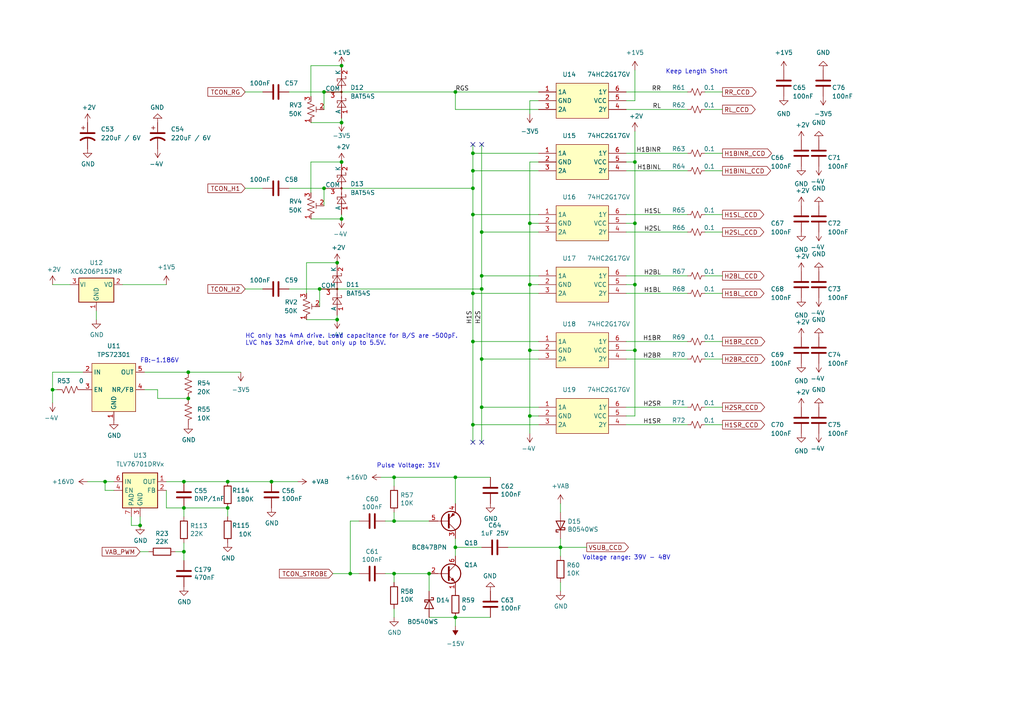
<source format=kicad_sch>
(kicad_sch (version 20231120) (generator "eeschema") (generator_version "8.0")
  (paper "A4")
  (title_block (title "CDD H Drivers") (date "2024-06-09") (rev "R0.10") (company "Copyright 2024 Anhang Li, Wenting Zhang") (comment 2 "MERCHANTABILITY, SATISFACTORY QUALITY AND FITNESS FOR A PARTICULAR PURPOSE.") (comment 3 "This source is distributed WITHOUT ANY EXPRESS OR IMPLIED WARRANTY, INCLUDING OF") (comment 4 "This source describes Open Hardware and is licensed under the CERN-OHL-P v2."))
  (lib_symbols
    (symbol "Device:C" (pin_numbers hide) (pin_names (offset 0.254))
      (property "Reference" "C" (at 0.635 2.54 0))
      (property "Value" "C" (at 0.635 -2.54 0))
      (symbol "C_1_1"
        (pin passive line (at 0 3.81 270) (length 2.794) (name "~") (number "1"))
        (pin passive line (at 0 -3.81 90) (length 2.794) (name "~") (number "2"))
      )
    )
    (symbol "Device:C_Polarized_US" (pin_numbers hide) (pin_names (offset 0.254) hide)
      (property "Reference" "C" (at 0.635 2.54 0))
      (property "Value" "C_Polarized_US" (at 0.635 -2.54 0))
      (symbol "C_Polarized_US_1_1"
        (pin passive line (at 0 3.81 270) (length 2.794) (name "~") (number "1"))
        (pin passive line (at 0 -3.81 90) (length 3.302) (name "~") (number "2"))
      )
    )
    (symbol "Device:D_Schottky" (pin_numbers hide) (pin_names (offset 1.016) hide)
      (property "Reference" "D" (at 0 2.54 0))
      (property "Value" "D_Schottky" (at 0 -2.54 0))
      (symbol "D_Schottky_1_1"
        (pin passive line (at -3.81 0 0) (length 2.54) (name "K") (number "1"))
        (pin passive line (at 3.81 0 180) (length 2.54) (name "A") (number "2"))
      )
    )
    (symbol "Device:R" (pin_numbers hide) (pin_names (offset 0))
      (property "Reference" "R" (at 2.032 0 90))
      (property "Value" "R" (at 0 0 90))
      (symbol "R_1_1"
        (pin passive line (at 0 3.81 270) (length 1.27) (name "~") (number "1"))
        (pin passive line (at 0 -3.81 90) (length 1.27) (name "~") (number "2"))
      )
    )
    (symbol "Device:R_Potentiometer_Trim_US" (pin_names (offset 1.016) hide)
      (property "Reference" "RV" (at -4.445 0 90))
      (property "Value" "R_Potentiometer_Trim_US" (at -2.54 0 90))
      (symbol "R_Potentiometer_Trim_US_1_1"
        (pin passive line (at 0 3.81 270) (length 1.27) (name "1") (number "1"))
        (pin passive line (at 3.81 0 180) (length 1.27) (name "2") (number "2"))
        (pin passive line (at 0 -3.81 90) (length 1.27) (name "3") (number "3"))
      )
    )
    (symbol "Device:R_Small_US" (pin_numbers hide) (pin_names (offset 0.254) hide)
      (property "Reference" "R" (at 0.762 0.508 0))
      (property "Value" "R_Small_US" (at 0.762 -1.016 0))
      (symbol "R_Small_US_1_1"
        (pin passive line (at 0 2.54 270) (length 1.016) (name "~") (number "1"))
        (pin passive line (at 0 -2.54 90) (length 1.016) (name "~") (number "2"))
      )
    )
    (symbol "Device:R_US" (pin_numbers hide) (pin_names (offset 0))
      (property "Reference" "R" (at 2.54 0 90))
      (property "Value" "R_US" (at -2.54 0 90))
      (symbol "R_US_1_1"
        (pin passive line (at 0 3.81 270) (length 1.27) (name "~") (number "1"))
        (pin passive line (at 0 -3.81 90) (length 1.27) (name "~") (number "2"))
      )
    )
    (symbol "Diode:BAT54S" (pin_names (offset 0))
      (property "Reference" "D" (at 2.54 -5.08 0))
      (property "Value" "BAT54S" (at -6.35 3.175 0))
      (symbol "BAT54S_1_1"
        (pin passive line (at -7.62 0 0) (length 3.81) (name "A") (number "1"))
        (pin passive line (at 7.62 0 180) (length 3.81) (name "K") (number "2"))
        (pin passive line (at 0 -5.08 90) (length 5.08) (name "COM") (number "3"))
      )
    )
    (symbol "Regulator_Linear:TLV76701DRVx"
      (property "Reference" "U" (at 0 8.89 0))
      (property "Value" "TLV76701DRVx" (at 0 6.35 0))
      (symbol "TLV76701DRVx_1_1"
        (pin power_out line (at 7.62 2.54 180) (length 2.54) (name "OUT") (number "1"))
        (pin input line (at 7.62 0 180) (length 2.54) (name "FB") (number "2"))
        (pin power_in line (at 0 -7.62 90) (length 2.54) (name "GND") (number "3"))
        (pin input line (at -7.62 0 0) (length 2.54) (name "EN") (number "4"))
        (pin passive line (at 0 -7.62 90) (length 2.54) hide (name "GND") (number "5"))
        (pin power_in line (at -7.62 2.54 0) (length 2.54) (name "IN") (number "6"))
        (pin passive line (at -2.54 -7.62 90) (length 2.54) (name "PAD") (number "7"))
      )
    )
    (symbol "Regulator_Linear:XC6206PxxxMR" (pin_names (offset 0.254))
      (property "Reference" "U" (at -3.81 3.175 0))
      (property "Value" "XC6206PxxxMR" (at 0 3.175 0))
      (symbol "XC6206PxxxMR_1_1"
        (pin power_in line (at 0 -7.62 90) (length 2.54) (name "GND") (number "1"))
        (pin power_out line (at 7.62 0 180) (length 2.54) (name "VO") (number "2"))
        (pin power_in line (at -7.62 0 0) (length 2.54) (name "VI") (number "3"))
      )
    )
    (symbol "Sitina:+2V" (power) (pin_names (offset 0))
      (property "Value" "+2V" (at 0 3.556 0))
      (symbol "+2V_1_1"
        (pin power_in line (at 0 0 90) (length 0) hide (name "+2V") (number "1"))
      )
    )
    (symbol "Sitina:-3V5" (power) (pin_names (offset 0))
      (property "Value" "-3V5" (at 0 3.556 0))
      (symbol "-3V5_1_1"
        (pin power_in line (at 0 0 90) (length 0) hide (name "-3V5") (number "1"))
      )
    )
    (symbol "Sitina:-4V" (power) (pin_names (offset 0))
      (property "Value" "-4V" (at 0 3.556 0))
      (symbol "-4V_1_1"
        (pin power_in line (at 0 0 90) (length 0) hide (name "-4V") (number "1"))
      )
    )
    (symbol "Sitina:74HC2G17"
      (property "Reference" "U" (at 0 0 0))
      (property "Value" "74HC2G17" (at 0 -2.54 0))
      (symbol "74HC2G17_1_1"
        (pin input line (at -12.7 -12.7 0) (length 5.08) (name "1A") (number "1"))
        (pin power_in line (at -12.7 -15.24 0) (length 5.08) (name "GND") (number "2"))
        (pin input line (at -12.7 -17.78 0) (length 5.08) (name "2A") (number "3"))
        (pin output line (at 12.7 -17.78 180) (length 5.08) (name "2Y") (number "4"))
        (pin power_in line (at 12.7 -15.24 180) (length 5.08) (name "VCC") (number "5"))
        (pin output line (at 12.7 -12.7 180) (length 5.08) (name "1Y") (number "6"))
      )
    )
    (symbol "Transistor_BJT:BC847BPN" (pin_names (offset 0) hide)
      (property "Reference" "Q" (at 5.08 1.27 0))
      (property "Value" "BC847BPN" (at 5.08 -1.27 0))
      (symbol "BC847BPN_1_1"
        (pin passive line (at 2.54 -5.08 90) (length 2.54) (name "E1") (number "1"))
        (pin input line (at -5.08 0 0) (length 2.54) (name "B1") (number "2"))
        (pin passive line (at 2.54 5.08 270) (length 2.54) (name "C1") (number "6"))
      )
      (symbol "BC847BPN_2_1"
        (pin passive line (at 2.54 5.08 270) (length 2.54) (name "C2") (number "3"))
        (pin passive line (at 2.54 -5.08 90) (length 2.54) (name "E2") (number "4"))
        (pin input line (at -5.08 0 0) (length 2.54) (name "B2") (number "5"))
      )
    )
    (symbol "power:+1V5" (power) (pin_names (offset 0))
      (property "Value" "+1V5" (at 0 3.556 0))
      (symbol "+1V5_1_1"
        (pin power_in line (at 0 0 90) (length 0) hide (name "+1V5") (number "1"))
      )
    )
    (symbol "power:-15V" (power) (pin_names (offset 0))
      (property "Value" "-15V" (at 0 3.81 0))
      (symbol "-15V_0_0"
        (pin power_in line (at 0 0 90) (length 0) hide (name "-15V") (number "1"))
      )
    )
    (symbol "power:GND" (power) (pin_names (offset 0))
      (property "Value" "GND" (at 0 -3.81 0))
      (symbol "GND_1_1"
        (pin power_in line (at 0 0 270) (length 0) hide (name "GND") (number "1"))
      )
    )
    (symbol "symbols:+16V" (power) (pin_names (offset 0))
      (property "Value" "+16V" (at 0 3.556 0))
      (symbol "+16V_1_1"
        (pin power_in line (at 0 0 90) (length 0) hide (name "+16V") (number "1"))
      )
    )
    (symbol "symbols:TPS723xx"
      (property "Reference" "U" (at 0 1.27 0))
      (property "Value" "TPS723xx" (at 7.62 1.27 0))
      (symbol "TPS723xx_1_1"
        (pin passive line (at 6.35 -16.51 90) (length 2.54) (name "GND") (number "1"))
        (pin power_in line (at -2.54 -2.54 0) (length 2.54) (name "IN") (number "2"))
        (pin input line (at -2.54 -7.62 0) (length 2.54) (name "EN") (number "3"))
        (pin input line (at 15.24 -7.62 180) (length 2.54) (name "NR/FB") (number "4"))
        (pin power_out line (at 15.24 -2.54 180) (length 2.54) (name "OUT") (number "5"))
      )
    )
  )
  (junction (at 162.56 158.75) (diameter 0.9144))
  (junction (at 184.15 82.55))
  (junction (at 66.04 139.7))
  (junction (at 93.98 54.61))
  (junction (at 184.15 101.6))
  (junction (at 132.08 158.75) (diameter 0.9144))
  (junction (at 53.34 160.02) (diameter 0.9144))
  (junction (at 54.61 115.57))
  (junction (at 139.7 104.14))
  (junction (at 78.74 139.7))
  (junction (at 137.16 123.19))
  (junction (at 99.06 35.56))
  (junction (at 137.16 44.45))
  (junction (at 184.15 46.99))
  (junction (at 40.64 152.4))
  (junction (at 139.7 67.31))
  (junction (at 15.24 113.03))
  (junction (at 114.3 138.43))
  (junction (at 99.06 63.5))
  (junction (at 97.79 92.71))
  (junction (at 97.79 76.2))
  (junction (at 66.04 147.32))
  (junction (at 53.34 147.32))
  (junction (at 132.08 26.67))
  (junction (at 137.16 62.23))
  (junction (at 99.06 46.99))
  (junction (at 184.15 64.77))
  (junction (at 114.3 151.13) (diameter 0.9144))
  (junction (at 132.08 138.43) (diameter 0.9144))
  (junction (at 54.61 107.95))
  (junction (at 30.48 139.7))
  (junction (at 153.67 120.65))
  (junction (at 153.67 82.55))
  (junction (at 137.16 85.09))
  (junction (at 124.46 166.37) (diameter 0.9144))
  (junction (at 99.06 19.05))
  (junction (at 139.7 118.11))
  (junction (at 114.3 166.37) (diameter 0.9144))
  (junction (at 137.16 99.06))
  (junction (at 92.71 83.82))
  (junction (at 132.08 179.07) (diameter 0.9144))
  (junction (at 137.16 49.53))
  (junction (at 101.6 166.37))
  (junction (at 53.34 139.7))
  (junction (at 139.7 80.01))
  (junction (at 153.67 101.6))
  (junction (at 137.16 54.61))
  (junction (at 93.98 26.67))
  (junction (at 139.7 83.82))
  (junction (at 153.67 64.77))
  (no_connect (at 137.16 41.91))
  (no_connect (at 137.16 128.27))
  (no_connect (at 139.7 41.91))
  (no_connect (at 139.7 128.27))
  (wire (pts (xy 153.67 120.65) (xy 156.21 120.65)))
  (wire (pts (xy 204.47 118.11) (xy 209.55 118.11)))
  (wire (pts (xy 181.61 26.67) (xy 199.39 26.67)))
  (wire (pts (xy 88.9 92.71) (xy 97.79 92.71)))
  (wire (pts (xy 181.61 99.06) (xy 199.39 99.06)))
  (wire (pts (xy 53.34 139.7) (xy 66.04 139.7)))
  (wire (pts (xy 71.12 83.82) (xy 76.2 83.82)))
  (wire (pts (xy 93.98 31.75) (xy 93.98 26.67)))
  (wire (pts (xy 48.26 142.24) (xy 48.26 147.32)))
  (wire (pts (xy 15.24 107.95) (xy 15.24 113.03)))
  (wire (pts (xy 139.7 67.31) (xy 156.21 67.31)))
  (wire (pts (xy 53.34 147.32) (xy 66.04 147.32)))
  (wire (pts (xy 181.61 85.09) (xy 199.39 85.09)))
  (wire (pts (xy 93.98 59.69) (xy 93.98 54.61)))
  (wire (pts (xy 137.16 85.09) (xy 137.16 99.06)))
  (wire (pts (xy 132.08 31.75) (xy 156.21 31.75)))
  (wire (pts (xy 88.9 76.2) (xy 88.9 85.09)))
  (wire (pts (xy 53.34 160.02) (xy 53.34 157.48)))
  (wire (pts (xy 33.02 142.24) (xy 30.48 142.24)))
  (wire (pts (xy 54.61 107.95) (xy 69.85 107.95)))
  (wire (pts (xy 137.16 54.61) (xy 137.16 62.23)))
  (wire (pts (xy 99.06 34.29) (xy 99.06 35.56)))
  (wire (pts (xy 132.08 26.67) (xy 132.08 31.75)))
  (wire (pts (xy 170.18 158.75) (xy 162.56 158.75)))
  (wire (pts (xy 147.32 158.75) (xy 162.56 158.75)))
  (wire (pts (xy 137.16 99.06) (xy 137.16 123.19)))
  (wire (pts (xy 41.91 113.03) (xy 45.72 113.03)))
  (wire (pts (xy 137.16 44.45) (xy 137.16 49.53)))
  (wire (pts (xy 101.6 151.13) (xy 101.6 166.37)))
  (wire (pts (xy 25.4 139.7) (xy 30.48 139.7)))
  (wire (pts (xy 99.06 62.23) (xy 99.06 63.5)))
  (wire (pts (xy 181.61 123.19) (xy 199.39 123.19)))
  (wire (pts (xy 137.16 99.06) (xy 156.21 99.06)))
  (wire (pts (xy 132.08 158.75) (xy 132.08 161.29)))
  (wire (pts (xy 181.61 64.77) (xy 184.15 64.77)))
  (wire (pts (xy 139.7 118.11) (xy 156.21 118.11)))
  (wire (pts (xy 124.46 171.45) (xy 124.46 166.37)))
  (wire (pts (xy 204.47 26.67) (xy 209.55 26.67)))
  (wire (pts (xy 41.91 107.95) (xy 54.61 107.95)))
  (wire (pts (xy 184.15 101.6) (xy 184.15 120.65)))
  (wire (pts (xy 71.12 26.67) (xy 76.2 26.67)))
  (wire (pts (xy 181.61 46.99) (xy 184.15 46.99)))
  (wire (pts (xy 153.67 101.6) (xy 153.67 120.65)))
  (wire (pts (xy 93.98 54.61) (xy 137.16 54.61)))
  (wire (pts (xy 162.56 168.91) (xy 162.56 171.45)))
  (wire (pts (xy 153.67 29.21) (xy 153.67 33.02)))
  (wire (pts (xy 83.82 83.82) (xy 92.71 83.82)))
  (wire (pts (xy 15.24 82.55) (xy 20.32 82.55)))
  (wire (pts (xy 101.6 166.37) (xy 104.14 166.37)))
  (wire (pts (xy 78.74 139.7) (xy 86.36 139.7)))
  (wire (pts (xy 204.47 99.06) (xy 209.55 99.06)))
  (wire (pts (xy 93.98 26.67) (xy 132.08 26.67)))
  (wire (pts (xy 142.24 179.07) (xy 132.08 179.07)))
  (wire (pts (xy 153.67 46.99) (xy 153.67 64.77)))
  (wire (pts (xy 92.71 88.9) (xy 92.71 83.82)))
  (wire (pts (xy 114.3 151.13) (xy 124.46 151.13)))
  (wire (pts (xy 15.24 113.03) (xy 15.24 116.84)))
  (wire (pts (xy 153.67 64.77) (xy 156.21 64.77)))
  (wire (pts (xy 184.15 20.32) (xy 184.15 29.21)))
  (wire (pts (xy 88.9 76.2) (xy 97.79 76.2)))
  (wire (pts (xy 139.7 104.14) (xy 139.7 118.11)))
  (wire (pts (xy 156.21 46.99) (xy 153.67 46.99)))
  (wire (pts (xy 97.79 91.44) (xy 97.79 92.71)))
  (wire (pts (xy 137.16 41.91) (xy 137.16 44.45)))
  (wire (pts (xy 66.04 139.7) (xy 78.74 139.7)))
  (wire (pts (xy 114.3 168.91) (xy 114.3 166.37)))
  (wire (pts (xy 204.47 62.23) (xy 209.55 62.23)))
  (wire (pts (xy 27.94 90.17) (xy 27.94 92.71)))
  (wire (pts (xy 111.76 166.37) (xy 114.3 166.37)))
  (wire (pts (xy 30.48 139.7) (xy 33.02 139.7)))
  (wire (pts (xy 15.24 113.03) (xy 16.51 113.03)))
  (wire (pts (xy 139.7 118.11) (xy 139.7 128.27)))
  (wire (pts (xy 153.67 82.55) (xy 153.67 101.6)))
  (wire (pts (xy 181.61 67.31) (xy 199.39 67.31)))
  (wire (pts (xy 96.52 166.37) (xy 101.6 166.37)))
  (wire (pts (xy 45.72 115.57) (xy 54.61 115.57)))
  (wire (pts (xy 111.76 151.13) (xy 114.3 151.13)))
  (wire (pts (xy 110.49 138.43) (xy 114.3 138.43)))
  (wire (pts (xy 204.47 44.45) (xy 209.55 44.45)))
  (wire (pts (xy 204.47 67.31) (xy 209.55 67.31)))
  (wire (pts (xy 40.64 149.86) (xy 40.64 152.4)))
  (wire (pts (xy 162.56 158.75) (xy 162.56 161.29)))
  (wire (pts (xy 114.3 176.53) (xy 114.3 179.07)))
  (wire (pts (xy 204.47 80.01) (xy 209.55 80.01)))
  (wire (pts (xy 83.82 26.67) (xy 93.98 26.67)))
  (wire (pts (xy 35.56 82.55) (xy 48.26 82.55)))
  (wire (pts (xy 153.67 101.6) (xy 156.21 101.6)))
  (wire (pts (xy 66.04 147.32) (xy 66.04 149.86)))
  (wire (pts (xy 139.7 83.82) (xy 139.7 104.14)))
  (wire (pts (xy 204.47 49.53) (xy 209.55 49.53)))
  (wire (pts (xy 90.17 46.99) (xy 99.06 46.99)))
  (wire (pts (xy 139.7 41.91) (xy 139.7 67.31)))
  (wire (pts (xy 137.16 62.23) (xy 156.21 62.23)))
  (wire (pts (xy 181.61 101.6) (xy 184.15 101.6)))
  (wire (pts (xy 30.48 142.24) (xy 30.48 139.7)))
  (wire (pts (xy 132.08 179.07) (xy 132.08 181.61)))
  (wire (pts (xy 124.46 179.07) (xy 132.08 179.07)))
  (wire (pts (xy 156.21 29.21) (xy 153.67 29.21)))
  (wire (pts (xy 162.56 146.05) (xy 162.56 148.59)))
  (wire (pts (xy 137.16 123.19) (xy 156.21 123.19)))
  (wire (pts (xy 40.64 160.02) (xy 43.18 160.02)))
  (wire (pts (xy 181.61 62.23) (xy 199.39 62.23)))
  (wire (pts (xy 90.17 63.5) (xy 99.06 63.5)))
  (wire (pts (xy 132.08 138.43) (xy 142.24 138.43)))
  (wire (pts (xy 181.61 31.75) (xy 199.39 31.75)))
  (wire (pts (xy 184.15 120.65) (xy 181.61 120.65)))
  (wire (pts (xy 139.7 80.01) (xy 139.7 83.82)))
  (wire (pts (xy 204.47 123.19) (xy 209.55 123.19)))
  (wire (pts (xy 137.16 85.09) (xy 156.21 85.09)))
  (wire (pts (xy 139.7 104.14) (xy 156.21 104.14)))
  (wire (pts (xy 38.1 152.4) (xy 40.64 152.4)))
  (wire (pts (xy 38.1 149.86) (xy 38.1 152.4)))
  (wire (pts (xy 53.34 162.56) (xy 53.34 160.02)))
  (wire (pts (xy 181.61 118.11) (xy 199.39 118.11)))
  (wire (pts (xy 71.12 54.61) (xy 76.2 54.61)))
  (wire (pts (xy 153.67 82.55) (xy 156.21 82.55)))
  (wire (pts (xy 132.08 156.21) (xy 132.08 158.75)))
  (wire (pts (xy 137.16 123.19) (xy 137.16 128.27)))
  (wire (pts (xy 53.34 149.86) (xy 53.34 147.32)))
  (wire (pts (xy 90.17 19.05) (xy 99.06 19.05)))
  (wire (pts (xy 153.67 120.65) (xy 153.67 125.73)))
  (wire (pts (xy 132.08 138.43) (xy 114.3 138.43)))
  (wire (pts (xy 184.15 64.77) (xy 184.15 82.55)))
  (wire (pts (xy 204.47 85.09) (xy 209.55 85.09)))
  (wire (pts (xy 181.61 44.45) (xy 199.39 44.45)))
  (wire (pts (xy 204.47 31.75) (xy 209.55 31.75)))
  (wire (pts (xy 137.16 62.23) (xy 137.16 85.09)))
  (wire (pts (xy 132.08 26.67) (xy 156.21 26.67)))
  (wire (pts (xy 184.15 38.1) (xy 184.15 46.99)))
  (wire (pts (xy 162.56 156.21) (xy 162.56 158.75)))
  (wire (pts (xy 137.16 49.53) (xy 156.21 49.53)))
  (wire (pts (xy 90.17 46.99) (xy 90.17 55.88)))
  (wire (pts (xy 184.15 82.55) (xy 184.15 101.6)))
  (wire (pts (xy 45.72 113.03) (xy 45.72 115.57)))
  (wire (pts (xy 184.15 46.99) (xy 184.15 64.77)))
  (wire (pts (xy 181.61 49.53) (xy 199.39 49.53)))
  (wire (pts (xy 156.21 44.45) (xy 137.16 44.45)))
  (wire (pts (xy 181.61 82.55) (xy 184.15 82.55)))
  (wire (pts (xy 139.7 67.31) (xy 139.7 80.01)))
  (wire (pts (xy 181.61 29.21) (xy 184.15 29.21)))
  (wire (pts (xy 181.61 80.01) (xy 199.39 80.01)))
  (wire (pts (xy 139.7 80.01) (xy 156.21 80.01)))
  (wire (pts (xy 132.08 158.75) (xy 139.7 158.75)))
  (wire (pts (xy 50.8 160.02) (xy 53.34 160.02)))
  (wire (pts (xy 48.26 139.7) (xy 53.34 139.7)))
  (wire (pts (xy 132.08 138.43) (xy 132.08 146.05)))
  (wire (pts (xy 83.82 54.61) (xy 93.98 54.61)))
  (wire (pts (xy 104.14 151.13) (xy 101.6 151.13)))
  (wire (pts (xy 114.3 166.37) (xy 124.46 166.37)))
  (wire (pts (xy 181.61 104.14) (xy 199.39 104.14)))
  (wire (pts (xy 15.24 107.95) (xy 24.13 107.95)))
  (wire (pts (xy 114.3 148.59) (xy 114.3 151.13)))
  (wire (pts (xy 204.47 104.14) (xy 209.55 104.14)))
  (wire (pts (xy 153.67 64.77) (xy 153.67 82.55)))
  (wire (pts (xy 137.16 49.53) (xy 137.16 54.61)))
  (wire (pts (xy 92.71 83.82) (xy 139.7 83.82)))
  (wire (pts (xy 90.17 19.05) (xy 90.17 27.94)))
  (wire (pts (xy 114.3 140.97) (xy 114.3 138.43)))
  (wire (pts (xy 90.17 35.56) (xy 99.06 35.56)))
  (wire (pts (xy 48.26 147.32) (xy 53.34 147.32)))
  (text "Voltage range: 39V - 48V" (at 168.91 162.56 0) (effects (font (size 1.27 1.27)) (justify left bottom)))
  (text "Pulse Voltage: 31V" (at 109.22 135.89 0) (effects (font (size 1.27 1.27)) (justify left bottom)))
  (text "FB:-1.186V" (at 40.64 105.41 0) (effects (font (size 1.27 1.27)) (justify left bottom)))
  (text "HC only has 4mA drive. Load capacitance for B/S are ~500pF.\nLVC has 32mA drive, but only up to 5.5V." (at 71.12 100.33 0) (effects (font (size 1.27 1.27)) (justify left bottom)))
  (text "Keep Length Short" (at 193.04 21.59 0) (effects (font (size 1.27 1.27)) (justify left bottom)))
  (label "RL" (at 191.77 31.75 180))
  (label "RR" (at 191.77 26.67 180))
  (label "H1SL" (at 191.77 62.23 180))
  (label "H2SL" (at 191.77 67.31 180))
  (label "H1SR" (at 191.77 123.19 180))
  (label "H2BR" (at 191.77 104.14 180))
  (label "H1BL" (at 191.77 85.09 180))
  (label "H2BL" (at 191.77 80.01 180))
  (label "H1S" (at 137.16 93.98 90))
  (label "H2S" (at 139.7 93.98 90))
  (label "H2SR" (at 191.77 118.11 180))
  (label "H1BR" (at 191.77 99.06 180))
  (label "H1BINL" (at 191.77 49.53 180))
  (label "RGS" (at 132.08 26.67 0))
  (label "H1BINR" (at 191.77 44.45 180))
  (global_label "H2BL_CCD" (shape output) (at 209.55 80.01 0) (property "Intersheetrefs" "${INTERSHEET_REFS}" (effects (hide yes))))
  (global_label "H1BINL_CCD" (shape output) (at 209.55 49.53 0) (property "Intersheetrefs" "${INTERSHEET_REFS}" (effects (hide yes))))
  (global_label "H2SL_CCD" (shape output) (at 209.55 67.31 0) (property "Intersheetrefs" "${INTERSHEET_REFS}" (effects (hide yes))))
  (global_label "H1BR_CCD" (shape output) (at 209.55 99.06 0) (property "Intersheetrefs" "${INTERSHEET_REFS}" (effects (hide yes))))
  (global_label "H1BINR_CCD" (shape output) (at 209.55 44.45 0) (property "Intersheetrefs" "${INTERSHEET_REFS}" (effects (hide yes))))
  (global_label "TCON_H2" (shape input) (at 71.12 83.82 180) (property "Intersheetrefs" "${INTERSHEET_REFS}" (effects (hide yes))))
  (global_label "VSUB_CCD" (shape output) (at 170.18 158.75 0) (property "Intersheetrefs" "${INTERSHEET_REFS}" (effects (hide yes))))
  (global_label "VAB_PWM" (shape input) (at 40.64 160.02 180) (property "Intersheetrefs" "${INTERSHEET_REFS}" (effects (hide yes))))
  (global_label "TCON_H1" (shape input) (at 71.12 54.61 180) (property "Intersheetrefs" "${INTERSHEET_REFS}" (effects (hide yes))))
  (global_label "TCON_STROBE" (shape input) (at 96.52 166.37 180) (property "Intersheetrefs" "${INTERSHEET_REFS}" (effects (hide yes))))
  (global_label "TCON_RG" (shape input) (at 71.12 26.67 180) (property "Intersheetrefs" "${INTERSHEET_REFS}" (effects (hide yes))))
  (global_label "RR_CCD" (shape output) (at 209.55 26.67 0) (property "Intersheetrefs" "${INTERSHEET_REFS}" (effects (hide yes))))
  (global_label "RL_CCD" (shape output) (at 209.55 31.75 0) (property "Intersheetrefs" "${INTERSHEET_REFS}" (effects (hide yes))))
  (global_label "H1BL_CCD" (shape output) (at 209.55 85.09 0) (property "Intersheetrefs" "${INTERSHEET_REFS}" (effects (hide yes))))
  (global_label "H2BR_CCD" (shape output) (at 209.55 104.14 0) (property "Intersheetrefs" "${INTERSHEET_REFS}" (effects (hide yes))))
  (global_label "H2SR_CCD" (shape output) (at 209.55 118.11 0) (property "Intersheetrefs" "${INTERSHEET_REFS}" (effects (hide yes))))
  (global_label "H1SL_CCD" (shape output) (at 209.55 62.23 0) (property "Intersheetrefs" "${INTERSHEET_REFS}" (effects (hide yes))))
  (global_label "H1SR_CCD" (shape output) (at 209.55 123.19 0) (property "Intersheetrefs" "${INTERSHEET_REFS}" (effects (hide yes))))
  (symbol (lib_id "symbols:+16V") (at 110.49 138.43 90) (unit 1)
    (property "Reference" "#PWR0130" (effects (hide yes)))
    (property "Value" "+16VD" (at 106.68 138.4299 90) (effects (justify left)))
  )
  (symbol (lib_id "power:GND") (at 238.76 20.32 180) (unit 1)
    (property "Reference" "#PWR0163" (effects (hide yes)))
    (property "Value" "GND" (at 238.76 15.24 0))
  )
  (symbol (lib_id "Sitina:74HC2G17") (at 168.91 86.36 0) (unit 1)
    (property "Reference" "U18" (at 165.1 93.98 0))
    (property "Value" "74HC2G17GV" (at 176.53 93.98 0))
    (property "Footprint" "Package_SO:SC-74-6_1.5x2.9mm_P0.95mm" (effects (hide yes)))
  )
  (symbol (lib_id "Sitina:74HC2G17") (at 168.91 105.41 0) (unit 1)
    (property "Reference" "U19" (at 165.1 113.03 0))
    (property "Value" "74HC2G17GV" (at 176.53 113.03 0))
    (property "Footprint" "Package_SO:SC-74-6_1.5x2.9mm_P0.95mm" (effects (hide yes)))
  )
  (symbol (lib_id "Transistor_BJT:BC847BPN") (at 129.54 151.13 0) (mirror x) (unit 2)
    (property "Reference" "Q1" (at 134.62 157.48 0) (effects (justify left)))
    (property "Value" "BC847BPN" (effects (hide yes)))
    (property "Footprint" "Package_TO_SOT_SMD:SOT-363_SC-70-6" (effects (hide yes)))
    (property "Datasheet" "https://assets.nexperia.com/documents/data-sheet/BC847BPN.pdf" (effects (hide yes)))
  )
  (symbol (lib_id "Device:R_Small_US") (at 201.93 85.09 90) (unit 1)
    (property "Reference" "R68" (at 196.85 83.82 90))
    (property "Value" "0.1" (at 205.74 83.82 90))
    (property "Footprint" "Resistor_SMD:R_0603_1608Metric" (effects (hide yes)))
  )
  (symbol (lib_id "Device:C") (at 232.41 44.45 0) (mirror y) (unit 1)
    (property "Reference" "C66" (at 223.52 45.72 0) (effects (justify right)))
    (property "Value" "100nF" (at 223.52 48.26 0) (effects (justify right)))
    (property "Footprint" "Capacitor_SMD:C_0402_1005Metric" (effects (hide yes)))
  )
  (symbol (lib_id "power:GND") (at 232.41 86.36 0) (unit 1)
    (property "Reference" "#PWR0148" (effects (hide yes)))
    (property "Value" "GND" (at 232.41 91.44 0))
  )
  (symbol (lib_id "Device:R_US") (at 54.61 119.38 0) (mirror y) (unit 1)
    (property "Reference" "R55" (at 57.15 118.745 0) (effects (justify right)))
    (property "Value" "10K" (at 57.15 121.285 0) (effects (justify right)))
    (property "Footprint" "Resistor_SMD:R_0402_1005Metric" (effects (hide yes)))
  )
  (symbol (lib_id "Device:R_Small_US") (at 201.93 80.01 90) (unit 1)
    (property "Reference" "R67" (at 196.85 78.74 90))
    (property "Value" "0.1" (at 205.74 78.74 90))
    (property "Footprint" "Resistor_SMD:R_0603_1608Metric" (effects (hide yes)))
  )
  (symbol (lib_id "Sitina:-3V5") (at 99.06 35.56 180) (unit 1)
    (property "Reference" "#PWR0127" (effects (hide yes)))
    (property "Value" "-3V5" (at 99.06 39.37 0))
  )
  (symbol (lib_id "Sitina:+2V") (at 99.06 46.99 0) (unit 1)
    (property "Reference" "#PWR0128" (effects (hide yes)))
    (property "Value" "+2V" (at 99.441 42.5958 0))
  )
  (symbol (lib_id "Device:R_Small_US") (at 201.93 26.67 90) (unit 1)
    (property "Reference" "R61" (at 196.85 25.4 90))
    (property "Value" "0.1" (at 205.74 25.4 90))
    (property "Footprint" "Resistor_SMD:R_0603_1608Metric" (effects (hide yes)))
  )
  (symbol (lib_id "Device:R_Small_US") (at 201.93 118.11 90) (unit 1)
    (property "Reference" "R71" (at 196.85 116.84 90))
    (property "Value" "0.1" (at 205.74 116.84 90))
    (property "Footprint" "Resistor_SMD:R_0603_1608Metric" (effects (hide yes)))
  )
  (symbol (lib_id "Sitina:-4V") (at 237.49 48.26 180) (unit 1)
    (property "Reference" "#PWR0154" (effects (hide yes)))
    (property "Value" "-4V" (at 237.109 52.6542 0))
  )
  (symbol (lib_id "power:GND") (at 237.49 118.11 180) (unit 1)
    (property "Reference" "#PWR0161" (effects (hide yes)))
    (property "Value" "GND" (at 237.49 113.03 0))
  )
  (symbol (lib_id "Device:R_Small_US") (at 201.93 31.75 90) (unit 1)
    (property "Reference" "R62" (at 196.85 30.48 90))
    (property "Value" "0.1" (at 205.74 30.48 90))
    (property "Footprint" "Resistor_SMD:R_0603_1608Metric" (effects (hide yes)))
  )
  (symbol (lib_id "Diode:BAT54S") (at 99.06 26.67 270) (mirror x) (unit 1)
    (property "Reference" "D12" (at 101.6 25.4 90) (effects (justify left)))
    (property "Value" "BAT54S" (at 101.6 27.94 90) (effects (justify left)))
    (property "Footprint" "Package_TO_SOT_SMD:SOT-23" (effects (hide yes)))
    (property "Datasheet" "https://www.diodes.com/assets/Datasheets/ds11005.pdf" (effects (hide yes)))
  )
  (symbol (lib_id "power:GND") (at 232.41 67.31 0) (unit 1)
    (property "Reference" "#PWR0146" (effects (hide yes)))
    (property "Value" "GND" (at 232.41 72.39 0))
  )
  (symbol (lib_id "Device:R_Small_US") (at 201.93 49.53 90) (unit 1)
    (property "Reference" "R64" (at 196.85 48.26 90))
    (property "Value" "0.1" (at 205.74 48.26 90))
    (property "Footprint" "Resistor_SMD:R_0603_1608Metric" (effects (hide yes)))
  )
  (symbol (lib_id "Device:R") (at 46.99 160.02 270) (unit 1)
    (property "Reference" "R23" (at 46.99 154.7622 90))
    (property "Value" "22K" (at 46.99 157.0736 90))
    (property "Footprint" "Resistor_SMD:R_0402_1005Metric" (effects (hide yes)))
  )
  (symbol (lib_id "Sitina:+2V") (at 232.41 97.79 0) (unit 1)
    (property "Reference" "#PWR0149" (effects (hide yes)))
    (property "Value" "+2V" (at 232.791 93.3958 0))
  )
  (symbol (lib_id "Sitina:+2V") (at 15.24 82.55 0) (unit 1)
    (property "Reference" "#PWR0108" (effects (hide yes)))
    (property "Value" "+2V" (at 15.621 78.1558 0))
  )
  (symbol (lib_id "Device:D_Schottky") (at 124.46 175.26 270) (unit 1)
    (property "Reference" "D14" (at 126.492 174.0916 90) (effects (justify left)))
    (property "Value" "B0540WS" (at 118.11 180.34 90) (effects (justify left)))
    (property "Footprint" "Diode_SMD:D_SOD-323" (effects (hide yes)))
  )
  (symbol (lib_id "symbols:+16V") (at 162.56 146.05 0) (unit 1)
    (property "Reference" "#PWR0137" (effects (hide yes)))
    (property "Value" "+VAB" (at 162.56 140.97 0))
  )
  (symbol (lib_id "Device:C") (at 142.24 175.26 180) (unit 1)
    (property "Reference" "C63" (at 145.161 174.0916 0) (effects (justify right)))
    (property "Value" "100nF" (at 145.161 176.403 0) (effects (justify right)))
    (property "Footprint" "Capacitor_SMD:C_0402_1005Metric" (effects (hide yes)))
  )
  (symbol (lib_id "Device:R_Potentiometer_Trim_US") (at 90.17 31.75 0) (mirror x) (unit 1)
    (property "Reference" "RV3" (at 87.63 30.48 0) (effects (justify right)))
    (property "Value" "50K" (at 87.63 33.02 0) (effects (justify right)))
    (property "Footprint" "footprints:Potentiometer_Bourns_TC33X_Vertical" (effects (hide yes)))
  )
  (symbol (lib_id "power:+1V5") (at 48.26 82.55 0) (unit 1)
    (property "Reference" "#PWR0118" (effects (hide yes)))
    (property "Value" "+1V5" (at 48.26 77.47 0))
  )
  (symbol (lib_id "Sitina:-4V") (at 45.72 43.18 180) (unit 1)
    (property "Reference" "#PWR0117" (effects (hide yes)))
    (property "Value" "-4V" (at 45.339 47.5742 0))
  )
  (symbol (lib_id "Device:D_Schottky") (at 162.56 152.4 90) (unit 1)
    (property "Reference" "D15" (at 164.592 151.2316 90) (effects (justify right)))
    (property "Value" "B0540WS" (at 164.592 153.543 90) (effects (justify right)))
    (property "Footprint" "Diode_SMD:D_SOD-323" (effects (hide yes)))
  )
  (symbol (lib_id "Device:R_Small_US") (at 201.93 67.31 90) (unit 1)
    (property "Reference" "R66" (at 196.85 66.04 90))
    (property "Value" "0.1" (at 205.74 66.04 90))
    (property "Footprint" "Resistor_SMD:R_0603_1608Metric" (effects (hide yes)))
  )
  (symbol (lib_id "Sitina:74HC2G17") (at 168.91 31.75 0) (unit 1)
    (property "Reference" "U15" (at 165.1 39.37 0))
    (property "Value" "74HC2G17GV" (at 176.53 39.37 0))
    (property "Footprint" "Package_SO:SC-74-6_1.5x2.9mm_P0.95mm" (effects (hide yes)))
  )
  (symbol (lib_id "Device:C") (at 53.34 143.51 180) (unit 1)
    (property "Reference" "C55" (at 56.261 142.3416 0) (effects (justify right)))
    (property "Value" "DNP/1nF" (at 56.261 144.653 0) (effects (justify right)))
    (property "Footprint" "Capacitor_SMD:C_0402_1005Metric" (effects (hide yes)))
  )
  (symbol (lib_id "Device:C") (at 80.01 83.82 90) (unit 1)
    (property "Reference" "C59" (at 82.55 81.28 90) (effects (justify right)))
    (property "Value" "100nF" (at 72.39 81.28 90) (effects (justify right)))
    (property "Footprint" "Capacitor_SMD:C_0402_1005Metric" (effects (hide yes)))
  )
  (symbol (lib_id "Device:R_Potentiometer_Trim_US") (at 90.17 59.69 0) (mirror x) (unit 1)
    (property "Reference" "RV4" (at 87.63 58.42 0) (effects (justify right)))
    (property "Value" "50K" (at 87.63 60.96 0) (effects (justify right)))
    (property "Footprint" "footprints:Potentiometer_Bourns_TC33X_Vertical" (effects (hide yes)))
  )
  (symbol (lib_id "Transistor_BJT:BC847BPN") (at 129.54 166.37 0) (unit 1)
    (property "Reference" "Q1" (at 134.62 163.83 0) (effects (justify left)))
    (property "Value" "BC847BPN" (at 119.38 158.75 0) (effects (justify left)))
    (property "Footprint" "Package_TO_SOT_SMD:SOT-363_SC-70-6" (effects (hide yes)))
    (property "Datasheet" "https://assets.nexperia.com/documents/data-sheet/BC847BPN.pdf" (effects (hide yes)))
  )
  (symbol (lib_id "Sitina:+2V") (at 97.79 76.2 0) (unit 1)
    (property "Reference" "#PWR0124" (effects (hide yes)))
    (property "Value" "+2V" (at 98.171 71.8058 0))
  )
  (symbol (lib_id "Device:C") (at 80.01 54.61 90) (unit 1)
    (property "Reference" "C58" (at 82.55 52.07 90) (effects (justify right)))
    (property "Value" "100nF" (at 72.39 52.07 90) (effects (justify right)))
    (property "Footprint" "Capacitor_SMD:C_0402_1005Metric" (effects (hide yes)))
  )
  (symbol (lib_id "power:+1V5") (at 227.33 20.32 0) (unit 1)
    (property "Reference" "#PWR0141" (effects (hide yes)))
    (property "Value" "+1V5" (at 227.33 15.24 0))
  )
  (symbol (lib_id "power:GND") (at 114.3 179.07 0) (unit 1)
    (property "Reference" "#PWR0131" (effects (hide yes)))
    (property "Value" "GND" (at 114.427 183.4642 0))
  )
  (symbol (lib_id "Device:C_Polarized_US") (at 45.72 39.37 0) (unit 1)
    (property "Reference" "C54" (at 49.53 37.465 0) (effects (justify left)))
    (property "Value" "220uF / 6V" (at 49.53 40.005 0) (effects (justify left)))
    (property "Footprint" "Capacitor_SMD:C_Elec_6.3x7.7" (effects (hide yes)))
  )
  (symbol (lib_id "Device:C") (at 237.49 121.92 0) (mirror y) (unit 1)
    (property "Reference" "C75" (at 240.03 123.19 0) (effects (justify right)))
    (property "Value" "100nF" (at 240.03 125.73 0) (effects (justify right)))
    (property "Footprint" "Capacitor_SMD:C_0402_1005Metric" (effects (hide yes)))
  )
  (symbol (lib_id "Sitina:+2V") (at 232.41 118.11 0) (unit 1)
    (property "Reference" "#PWR0151" (effects (hide yes)))
    (property "Value" "+2V" (at 232.791 113.7158 0))
  )
  (symbol (lib_id "power:GND") (at 237.49 78.74 180) (unit 1)
    (property "Reference" "#PWR0157" (effects (hide yes)))
    (property "Value" "GND" (at 237.49 73.66 0))
  )
  (symbol (lib_id "power:GND") (at 45.72 35.56 180) (unit 1)
    (property "Reference" "#PWR0116" (effects (hide yes)))
    (property "Value" "GND" (at 45.593 31.1658 0))
  )
  (symbol (lib_id "power:GND") (at 232.41 105.41 0) (unit 1)
    (property "Reference" "#PWR0150" (effects (hide yes)))
    (property "Value" "GND" (at 232.41 110.49 0))
  )
  (symbol (lib_id "symbols:+16V") (at 25.4 139.7 90) (unit 1)
    (property "Reference" "#PWR0112" (effects (hide yes)))
    (property "Value" "+16VD" (at 21.59 139.6999 90) (effects (justify left)))
  )
  (symbol (lib_id "Device:C") (at 238.76 24.13 0) (mirror y) (unit 1)
    (property "Reference" "C76" (at 241.3 25.4 0) (effects (justify right)))
    (property "Value" "100nF" (at 241.3 27.94 0) (effects (justify right)))
    (property "Footprint" "Capacitor_SMD:C_0402_1005Metric" (effects (hide yes)))
  )
  (symbol (lib_id "Device:R") (at 132.08 175.26 0) (unit 1)
    (property "Reference" "R59" (at 133.858 174.0916 0) (effects (justify left)))
    (property "Value" "0" (at 133.858 176.403 0) (effects (justify left)))
    (property "Footprint" "Resistor_SMD:R_0402_1005Metric" (effects (hide yes)))
  )
  (symbol (lib_id "Sitina:-4V") (at 237.49 125.73 180) (unit 1)
    (property "Reference" "#PWR0162" (effects (hide yes)))
    (property "Value" "-4V" (at 237.109 130.1242 0))
  )
  (symbol (lib_id "Sitina:+2V") (at 25.4 35.56 0) (unit 1)
    (property "Reference" "#PWR0110" (effects (hide yes)))
    (property "Value" "+2V" (at 25.781 31.1658 0))
  )
  (symbol (lib_id "Device:R_Small_US") (at 201.93 123.19 90) (unit 1)
    (property "Reference" "R72" (at 196.85 121.92 90))
    (property "Value" "0.1" (at 205.74 121.92 90))
    (property "Footprint" "Resistor_SMD:R_0603_1608Metric" (effects (hide yes)))
  )
  (symbol (lib_id "Device:C") (at 227.33 24.13 0) (mirror y) (unit 1)
    (property "Reference" "C65" (at 229.87 25.4 0) (effects (justify right)))
    (property "Value" "100nF" (at 229.87 27.94 0) (effects (justify right)))
    (property "Footprint" "Capacitor_SMD:C_0402_1005Metric" (effects (hide yes)))
  )
  (symbol (lib_id "Diode:BAT54S") (at 97.79 83.82 270) (mirror x) (unit 1)
    (property "Reference" "D11" (at 100.33 82.55 90) (effects (justify left)))
    (property "Value" "BAT54S" (at 100.33 85.09 90) (effects (justify left)))
    (property "Footprint" "Package_TO_SOT_SMD:SOT-23" (effects (hide yes)))
    (property "Datasheet" "https://www.diodes.com/assets/Datasheets/ds11005.pdf" (effects (hide yes)))
  )
  (symbol (lib_id "Device:C") (at 237.49 63.5 0) (mirror y) (unit 1)
    (property "Reference" "C72" (at 240.03 64.77 0) (effects (justify right)))
    (property "Value" "100nF" (at 240.03 67.31 0) (effects (justify right)))
    (property "Footprint" "Capacitor_SMD:C_0402_1005Metric" (effects (hide yes)))
  )
  (symbol (lib_id "Sitina:-4V") (at 237.49 67.31 180) (unit 1)
    (property "Reference" "#PWR0156" (effects (hide yes)))
    (property "Value" "-4V" (at 237.109 71.7042 0))
  )
  (symbol (lib_id "power:GND") (at 227.33 27.94 0) (unit 1)
    (property "Reference" "#PWR0142" (effects (hide yes)))
    (property "Value" "GND" (at 227.33 33.02 0))
  )
  (symbol (lib_id "power:+1V5") (at 99.06 19.05 0) (unit 1)
    (property "Reference" "#PWR0126" (effects (hide yes)))
    (property "Value" "+1V5" (at 99.06 15.24 0))
  )
  (symbol (lib_id "Device:C") (at 232.41 101.6 0) (mirror y) (unit 1)
    (property "Reference" "C69" (at 223.52 102.87 0) (effects (justify right)))
    (property "Value" "100nF" (at 223.52 105.41 0) (effects (justify right)))
    (property "Footprint" "Capacitor_SMD:C_0402_1005Metric" (effects (hide yes)))
  )
  (symbol (lib_id "power:GND") (at 54.61 123.19 0) (unit 1)
    (property "Reference" "#PWR0119" (effects (hide yes)))
    (property "Value" "GND" (at 54.737 127.5842 0))
  )
  (symbol (lib_id "Device:C") (at 237.49 101.6 0) (mirror y) (unit 1)
    (property "Reference" "C74" (at 240.03 102.87 0) (effects (justify right)))
    (property "Value" "100nF" (at 240.03 105.41 0) (effects (justify right)))
    (property "Footprint" "Capacitor_SMD:C_0402_1005Metric" (effects (hide yes)))
  )
  (symbol (lib_id "Sitina:+2V") (at 232.41 78.74 0) (unit 1)
    (property "Reference" "#PWR0147" (effects (hide yes)))
    (property "Value" "+2V" (at 232.791 74.3458 0))
  )
  (symbol (lib_id "Device:C") (at 107.95 166.37 270) (unit 1)
    (property "Reference" "C61" (at 107.95 159.9692 90))
    (property "Value" "100nF" (at 107.95 162.2806 90))
    (property "Footprint" "Capacitor_SMD:C_0402_1005Metric" (effects (hide yes)))
  )
  (symbol (lib_id "Device:C") (at 232.41 82.55 0) (mirror y) (unit 1)
    (property "Reference" "C68" (at 223.52 83.82 0) (effects (justify right)))
    (property "Value" "100nF" (at 223.52 86.36 0) (effects (justify right)))
    (property "Footprint" "Capacitor_SMD:C_0402_1005Metric" (effects (hide yes)))
  )
  (symbol (lib_id "Device:R") (at 114.3 144.78 0) (unit 1)
    (property "Reference" "R57" (at 116.078 143.6116 0) (effects (justify left)))
    (property "Value" "10K" (at 116.078 145.923 0) (effects (justify left)))
    (property "Footprint" "Resistor_SMD:R_0402_1005Metric" (effects (hide yes)))
  )
  (symbol (lib_id "Sitina:74HC2G17") (at 168.91 13.97 0) (unit 1)
    (property "Reference" "U14" (at 165.1 21.59 0))
    (property "Value" "74HC2G17GV" (at 176.53 21.59 0))
    (property "Footprint" "Package_SO:SC-74-6_1.5x2.9mm_P0.95mm" (effects (hide yes)))
  )
  (symbol (lib_id "power:GND") (at 237.49 97.79 180) (unit 1)
    (property "Reference" "#PWR0159" (effects (hide yes)))
    (property "Value" "GND" (at 237.49 92.71 0))
  )
  (symbol (lib_id "Device:R") (at 66.04 143.51 180) (unit 1)
    (property "Reference" "R114" (at 69.85 142.24 0))
    (property "Value" "180K" (at 71.12 144.78 0))
    (property "Footprint" "Resistor_SMD:R_0402_1005Metric" (effects (hide yes)))
  )
  (symbol (lib_id "Device:C") (at 232.41 121.92 0) (mirror y) (unit 1)
    (property "Reference" "C70" (at 223.52 123.19 0) (effects (justify right)))
    (property "Value" "100nF" (at 223.52 125.73 0) (effects (justify right)))
    (property "Footprint" "Capacitor_SMD:C_0402_1005Metric" (effects (hide yes)))
  )
  (symbol (lib_id "Device:R_Small_US") (at 201.93 104.14 90) (unit 1)
    (property "Reference" "R70" (at 196.85 102.87 90))
    (property "Value" "0.1" (at 205.74 102.87 90))
    (property "Footprint" "Resistor_SMD:R_0603_1608Metric" (effects (hide yes)))
  )
  (symbol (lib_id "Sitina:-3V5") (at 153.67 33.02 180) (unit 1)
    (property "Reference" "#PWR0135" (effects (hide yes)))
    (property "Value" "-3V5" (at 153.67 38.1 0))
  )
  (symbol (lib_id "power:GND") (at 162.56 171.45 0) (unit 1)
    (property "Reference" "#PWR0138" (effects (hide yes)))
    (property "Value" "GND" (at 162.687 175.8442 0))
  )
  (symbol (lib_id "Sitina:-3V5") (at 69.85 107.95 180) (unit 1)
    (property "Reference" "#PWR0121" (effects (hide yes)))
    (property "Value" "-3V5" (at 69.85 113.03 0))
  )
  (symbol (lib_id "power:GND") (at 142.24 171.45 180) (unit 1)
    (property "Reference" "#PWR0134" (effects (hide yes)))
    (property "Value" "GND" (at 142.113 167.0558 0))
  )
  (symbol (lib_id "Device:R_Small_US") (at 201.93 62.23 90) (unit 1)
    (property "Reference" "R65" (at 196.85 60.96 90))
    (property "Value" "0.1" (at 205.74 60.96 90))
    (property "Footprint" "Resistor_SMD:R_0603_1608Metric" (effects (hide yes)))
  )
  (symbol (lib_id "Regulator_Linear:TLV76701DRVx") (at 40.64 142.24 0) (unit 1)
    (property "Reference" "U13" (at 40.64 132.08 0))
    (property "Value" "TLV76701DRVx" (at 40.64 134.62 0))
    (property "Footprint" "Package_SON:WSON-6-1EP_2x2mm_P0.65mm_EP1x1.6mm_ThermalVias" (effects (hide yes)))
    (property "Datasheet" "www.ti.com/lit/gpn/TLV767" (effects (hide yes)))
  )
  (symbol (lib_id "power:GND") (at 25.4 43.18 0) (unit 1)
    (property "Reference" "#PWR0111" (effects (hide yes)))
    (property "Value" "GND" (at 25.527 47.5742 0))
  )
  (symbol (lib_id "power:+1V5") (at 184.15 20.32 0) (unit 1)
    (property "Reference" "#PWR0139" (effects (hide yes)))
    (property "Value" "+1V5" (at 184.15 15.24 0))
  )
  (symbol (lib_id "Device:R") (at 53.34 153.67 0) (unit 1)
    (property "Reference" "R113" (at 55.118 152.5016 0) (effects (justify left)))
    (property "Value" "22K" (at 55.118 154.813 0) (effects (justify left)))
    (property "Footprint" "Resistor_SMD:R_0402_1005Metric" (effects (hide yes)))
  )
  (symbol (lib_id "Device:C") (at 143.51 158.75 270) (unit 1)
    (property "Reference" "C64" (at 143.51 152.3492 90))
    (property "Value" "1uF 25V" (at 143.51 154.6606 90))
    (property "Footprint" "Capacitor_SMD:C_0603_1608Metric" (effects (hide yes)))
  )
  (symbol (lib_id "Regulator_Linear:XC6206PxxxMR") (at 27.94 82.55 0) (unit 1)
    (property "Reference" "U12" (at 27.94 76.2 0))
    (property "Value" "XC6206P152MR" (at 27.94 78.74 0))
    (property "Footprint" "Package_TO_SOT_SMD:SOT-23-3" (effects (hide yes)))
    (property "Datasheet" "https://www.torexsemi.com/file/xc6206/XC6206.pdf" (effects (hide yes)))
  )
  (symbol (lib_id "Sitina:+2V") (at 184.15 38.1 0) (unit 1)
    (property "Reference" "#PWR0140" (effects (hide yes)))
    (property "Value" "+2V" (at 184.531 33.7058 0))
  )
  (symbol (lib_id "power:GND") (at 66.04 157.48 0) (unit 1)
    (property "Reference" "#PWR0290" (effects (hide yes)))
    (property "Value" "GND" (at 66.167 161.8742 0))
  )
  (symbol (lib_id "Sitina:-4V") (at 99.06 63.5 180) (unit 1)
    (property "Reference" "#PWR0129" (effects (hide yes)))
    (property "Value" "-4V" (at 98.679 67.8942 0))
  )
  (symbol (lib_id "Sitina:74HC2G17") (at 168.91 49.53 0) (unit 1)
    (property "Reference" "U16" (at 165.1 57.15 0))
    (property "Value" "74HC2G17GV" (at 176.53 57.15 0))
    (property "Footprint" "Package_SO:SC-74-6_1.5x2.9mm_P0.95mm" (effects (hide yes)))
  )
  (symbol (lib_id "Device:C") (at 237.49 44.45 0) (mirror y) (unit 1)
    (property "Reference" "C71" (at 240.03 45.72 0) (effects (justify right)))
    (property "Value" "100nF" (at 240.03 48.26 0) (effects (justify right)))
    (property "Footprint" "Capacitor_SMD:C_0402_1005Metric" (effects (hide yes)))
  )
  (symbol (lib_id "Sitina:+2V") (at 232.41 40.64 0) (unit 1)
    (property "Reference" "#PWR0143" (effects (hide yes)))
    (property "Value" "+2V" (at 232.791 36.2458 0))
  )
  (symbol (lib_id "power:GND") (at 78.74 147.32 0) (unit 1)
    (property "Reference" "#PWR0122" (effects (hide yes)))
    (property "Value" "GND" (at 78.867 151.7142 0))
  )
  (symbol (lib_id "power:GND") (at 232.41 48.26 0) (unit 1)
    (property "Reference" "#PWR0144" (effects (hide yes)))
    (property "Value" "GND" (at 232.41 53.34 0))
  )
  (symbol (lib_id "Device:C") (at 142.24 142.24 180) (unit 1)
    (property "Reference" "C62" (at 145.161 141.0716 0) (effects (justify right)))
    (property "Value" "100nF" (at 145.161 143.383 0) (effects (justify right)))
    (property "Footprint" "Capacitor_SMD:C_0402_1005Metric" (effects (hide yes)))
  )
  (symbol (lib_id "Sitina:-4V") (at 15.24 116.84 180) (unit 1)
    (property "Reference" "#PWR0109" (effects (hide yes)))
    (property "Value" "-4V" (at 14.859 121.2342 0))
  )
  (symbol (lib_id "Device:R_Small_US") (at 201.93 44.45 90) (unit 1)
    (property "Reference" "R63" (at 196.85 43.18 90))
    (property "Value" "0.1" (at 205.74 43.18 90))
    (property "Footprint" "Resistor_SMD:R_0603_1608Metric" (effects (hide yes)))
  )
  (symbol (lib_id "Device:R") (at 162.56 165.1 0) (unit 1)
    (property "Reference" "R60" (at 164.338 163.9316 0) (effects (justify left)))
    (property "Value" "10K" (at 164.338 166.243 0) (effects (justify left)))
    (property "Footprint" "Resistor_SMD:R_0402_1005Metric" (effects (hide yes)))
  )
  (symbol (lib_id "power:GND") (at 33.02 121.92 0) (unit 1)
    (property "Reference" "#PWR0114" (effects (hide yes)))
    (property "Value" "GND" (at 33.147 126.3142 0))
  )
  (symbol (lib_id "Device:C_Polarized_US") (at 25.4 39.37 0) (unit 1)
    (property "Reference" "C53" (at 29.21 37.465 0) (effects (justify left)))
    (property "Value" "220uF / 6V" (at 29.21 40.005 0) (effects (justify left)))
    (property "Footprint" "Capacitor_SMD:C_Elec_6.3x7.7" (effects (hide yes)))
  )
  (symbol (lib_id "Diode:BAT54S") (at 99.06 54.61 270) (mirror x) (unit 1)
    (property "Reference" "D13" (at 101.6 53.34 90) (effects (justify left)))
    (property "Value" "BAT54S" (at 101.6 55.88 90) (effects (justify left)))
    (property "Footprint" "Package_TO_SOT_SMD:SOT-23" (effects (hide yes)))
    (property "Datasheet" "https://www.diodes.com/assets/Datasheets/ds11005.pdf" (effects (hide yes)))
  )
  (symbol (lib_id "Device:R_Potentiometer_Trim_US") (at 88.9 88.9 0) (mirror x) (unit 1)
    (property "Reference" "RV2" (at 86.36 87.63 0) (effects (justify right)))
    (property "Value" "50K" (at 86.36 90.17 0) (effects (justify right)))
    (property "Footprint" "footprints:Potentiometer_Bourns_TC33X_Vertical" (effects (hide yes)))
  )
  (symbol (lib_id "Device:C") (at 53.34 166.37 180) (unit 1)
    (property "Reference" "C179" (at 56.261 165.2016 0) (effects (justify right)))
    (property "Value" "470nF" (at 56.261 167.513 0) (effects (justify right)))
    (property "Footprint" "Capacitor_SMD:C_0402_1005Metric" (effects (hide yes)))
  )
  (symbol (lib_id "Sitina:74HC2G17") (at 168.91 67.31 0) (unit 1)
    (property "Reference" "U17" (at 165.1 74.93 0))
    (property "Value" "74HC2G17GV" (at 176.53 74.93 0))
    (property "Footprint" "Package_SO:SC-74-6_1.5x2.9mm_P0.95mm" (effects (hide yes)))
  )
  (symbol (lib_id "power:-15V") (at 132.08 181.61 180) (unit 1)
    (property "Reference" "#PWR0132" (effects (hide yes)))
    (property "Value" "-15V" (at 132.08 186.69 0))
  )
  (symbol (lib_id "symbols:TPS723xx") (at 26.67 105.41 0) (unit 1)
    (property "Reference" "U11" (at 33.02 100.33 0))
    (property "Value" "TPS72301" (at 33.02 102.87 0))
    (property "Footprint" "Package_TO_SOT_SMD:SOT-23-5_HandSoldering" (effects (hide yes)))
    (property "Datasheet" "https://www.ti.com/lit/ds/symlink/tps723.pdf?ts=1702883007627&ref_url=https%253A%252F%252Fwww.ti.com%252Fpower-management%252Flinear-regulators-ldo%252Fproducts.html" (effects (hide yes)))
  )
  (symbol (lib_id "power:GND") (at 53.34 170.18 0) (unit 1)
    (property "Reference" "#PWR0120" (effects (hide yes)))
    (property "Value" "GND" (at 53.467 174.5742 0))
  )
  (symbol (lib_id "Device:C") (at 232.41 63.5 0) (mirror y) (unit 1)
    (property "Reference" "C67" (at 223.52 64.77 0) (effects (justify right)))
    (property "Value" "100nF" (at 223.52 67.31 0) (effects (justify right)))
    (property "Footprint" "Capacitor_SMD:C_0402_1005Metric" (effects (hide yes)))
  )
  (symbol (lib_id "Device:C") (at 80.01 26.67 90) (unit 1)
    (property "Reference" "C57" (at 82.55 24.13 90) (effects (justify right)))
    (property "Value" "100nF" (at 72.39 24.13 90) (effects (justify right)))
    (property "Footprint" "Capacitor_SMD:C_0402_1005Metric" (effects (hide yes)))
  )
  (symbol (lib_id "Sitina:+2V") (at 232.41 59.69 0) (unit 1)
    (property "Reference" "#PWR0145" (effects (hide yes)))
    (property "Value" "+2V" (at 232.791 55.2958 0))
  )
  (symbol (lib_id "power:GND") (at 232.41 125.73 0) (unit 1)
    (property "Reference" "#PWR0152" (effects (hide yes)))
    (property "Value" "GND" (at 232.41 130.81 0))
  )
  (symbol (lib_id "Sitina:-4V") (at 153.67 125.73 180) (unit 1)
    (property "Reference" "#PWR0136" (effects (hide yes)))
    (property "Value" "-4V" (at 153.289 130.1242 0))
  )
  (symbol (lib_id "Device:C") (at 237.49 82.55 0) (mirror y) (unit 1)
    (property "Reference" "C73" (at 240.03 83.82 0) (effects (justify right)))
    (property "Value" "100nF" (at 240.03 86.36 0) (effects (justify right)))
    (property "Footprint" "Capacitor_SMD:C_0402_1005Metric" (effects (hide yes)))
  )
  (symbol (lib_id "Sitina:-4V") (at 237.49 86.36 180) (unit 1)
    (property "Reference" "#PWR0158" (effects (hide yes)))
    (property "Value" "-4V" (at 237.109 90.7542 0))
  )
  (symbol (lib_id "power:GND") (at 27.94 92.71 0) (unit 1)
    (property "Reference" "#PWR0113" (effects (hide yes)))
    (property "Value" "GND" (at 28.067 97.1042 0))
  )
  (symbol (lib_id "Sitina:-3V5") (at 238.76 27.94 180) (unit 1)
    (property "Reference" "#PWR0164" (effects (hide yes)))
    (property "Value" "-3V5" (at 238.76 33.02 0))
  )
  (symbol (lib_id "Device:R") (at 66.04 153.67 180) (unit 1)
    (property "Reference" "R115" (at 69.85 152.4 0))
    (property "Value" "10K" (at 71.12 154.94 0))
    (property "Footprint" "Resistor_SMD:R_0402_1005Metric" (effects (hide yes)))
  )
  (symbol (lib_id "Device:R_US") (at 54.61 111.76 0) (mirror y) (unit 1)
    (property "Reference" "R54" (at 57.15 111.125 0) (effects (justify right)))
    (property "Value" "20K" (at 57.15 113.665 0) (effects (justify right)))
    (property "Footprint" "Resistor_SMD:R_0402_1005Metric" (effects (hide yes)))
  )
  (symbol (lib_id "Sitina:-4V") (at 97.79 92.71 180) (unit 1)
    (property "Reference" "#PWR0125" (effects (hide yes)))
    (property "Value" "-4V" (at 97.409 97.1042 0))
  )
  (symbol (lib_id "Device:R_Small_US") (at 201.93 99.06 90) (unit 1)
    (property "Reference" "R69" (at 196.85 97.79 90))
    (property "Value" "0.1" (at 205.74 97.79 90))
    (property "Footprint" "Resistor_SMD:R_0603_1608Metric" (effects (hide yes)))
  )
  (symbol (lib_id "power:GND") (at 40.64 152.4 0) (unit 1)
    (property "Reference" "#PWR0115" (effects (hide yes)))
    (property "Value" "GND" (at 40.767 156.7942 0))
  )
  (symbol (lib_id "Sitina:-4V") (at 237.49 105.41 180) (unit 1)
    (property "Reference" "#PWR0160" (effects (hide yes)))
    (property "Value" "-4V" (at 237.109 109.8042 0))
  )
  (symbol (lib_id "Device:C") (at 78.74 143.51 180) (unit 1)
    (property "Reference" "C56" (at 81.661 142.3416 0) (effects (justify right)))
    (property "Value" "100nF" (at 81.661 144.653 0) (effects (justify right)))
    (property "Footprint" "Capacitor_SMD:C_0402_1005Metric" (effects (hide yes)))
  )
  (symbol (lib_id "power:GND") (at 237.49 40.64 180) (unit 1)
    (property "Reference" "#PWR0153" (effects (hide yes)))
    (property "Value" "GND" (at 237.49 35.56 0))
  )
  (symbol (lib_id "Device:R") (at 114.3 172.72 0) (unit 1)
    (property "Reference" "R58" (at 116.078 171.5516 0) (effects (justify left)))
    (property "Value" "10K" (at 116.078 173.863 0) (effects (justify left)))
    (property "Footprint" "Resistor_SMD:R_0402_1005Metric" (effects (hide yes)))
  )
  (symbol (lib_id "Device:C") (at 107.95 151.13 270) (unit 1)
    (property "Reference" "C60" (at 107.95 144.7292 90))
    (property "Value" "100nF" (at 107.95 147.0406 90))
    (property "Footprint" "Capacitor_SMD:C_0402_1005Metric" (effects (hide yes)))
  )
  (symbol (lib_id "Device:R_US") (at 20.32 113.03 90) (mirror x) (unit 1)
    (property "Reference" "R53" (at 16.51 110.49 90) (effects (justify right)))
    (property "Value" "0" (at 22.86 110.49 90) (effects (justify right)))
    (property "Footprint" "Resistor_SMD:R_0402_1005Metric" (effects (hide yes)))
  )
  (symbol (lib_id "power:GND") (at 237.49 59.69 180) (unit 1)
    (property "Reference" "#PWR0155" (effects (hide yes)))
    (property "Value" "GND" (at 237.49 54.61 0))
  )
  (symbol (lib_id "symbols:+16V") (at 86.36 139.7 270) (unit 1)
    (property "Reference" "#PWR0123" (effects (hide yes)))
    (property "Value" "+VAB" (at 90.17 139.6999 90) (effects (justify left)))
  )
  (symbol (lib_id "power:GND") (at 142.24 146.05 0) (unit 1)
    (property "Reference" "#PWR0133" (effects (hide yes)))
    (property "Value" "GND" (at 142.367 150.4442 0))
  )
)
</source>
